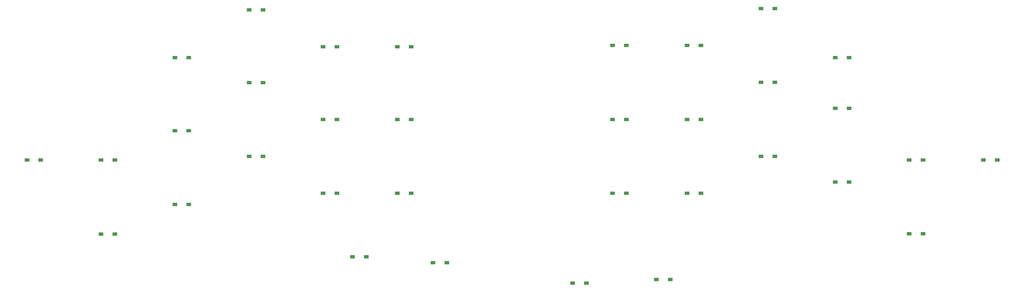
<source format=gbp>
%TF.GenerationSoftware,KiCad,Pcbnew,(6.0.11)*%
%TF.CreationDate,2023-05-08T18:46:23+08:00*%
%TF.ProjectId,DOOOPE,444f4f4f-5045-42e6-9b69-6361645f7063,Rev 1*%
%TF.SameCoordinates,Original*%
%TF.FileFunction,Paste,Bot*%
%TF.FilePolarity,Positive*%
%FSLAX46Y46*%
G04 Gerber Fmt 4.6, Leading zero omitted, Abs format (unit mm)*
G04 Created by KiCad (PCBNEW (6.0.11)) date 2023-05-08 18:46:23*
%MOMM*%
%LPD*%
G01*
G04 APERTURE LIST*
%ADD10R,1.300000X0.950000*%
G04 APERTURE END LIST*
D10*
%TO.C,D14*%
X108733930Y-109281664D03*
X105183930Y-109281664D03*
%TD*%
%TO.C,D13*%
X89733930Y-99781664D03*
X86183930Y-99781664D03*
%TD*%
%TO.C,D19*%
X202108930Y-71256664D03*
X198558930Y-71256664D03*
%TD*%
%TO.C,D27*%
X259108930Y-100681664D03*
X255558930Y-100681664D03*
%TD*%
%TO.C,D33*%
X172754877Y-132384415D03*
X169204877Y-132384415D03*
%TD*%
%TO.C,D18*%
X182996430Y-71256664D03*
X179446430Y-71256664D03*
%TD*%
%TO.C,D30*%
X221108930Y-99756664D03*
X217558930Y-99756664D03*
%TD*%
%TO.C,D2*%
X70733930Y-74406664D03*
X67183930Y-74406664D03*
%TD*%
%TO.C,D11*%
X51733930Y-119706664D03*
X48183930Y-119706664D03*
%TD*%
%TO.C,D12*%
X70733930Y-112131664D03*
X67183930Y-112131664D03*
%TD*%
%TO.C,D15*%
X127733930Y-109281664D03*
X124183930Y-109281664D03*
%TD*%
%TO.C,D32*%
X259108930Y-119681664D03*
X255558930Y-119681664D03*
%TD*%
%TO.C,D23*%
X182996430Y-90256664D03*
X179446430Y-90256664D03*
%TD*%
%TO.C,D7*%
X70733930Y-93131664D03*
X67183930Y-93131664D03*
%TD*%
%TO.C,D31*%
X240108930Y-106381664D03*
X236558930Y-106381664D03*
%TD*%
%TO.C,D24*%
X202108930Y-90256664D03*
X198558930Y-90256664D03*
%TD*%
%TO.C,D17*%
X133358930Y-127106664D03*
X136908930Y-127106664D03*
%TD*%
%TO.C,D22*%
X278108930Y-100681664D03*
X274558930Y-100681664D03*
%TD*%
%TO.C,D25*%
X221108930Y-80756664D03*
X217558930Y-80756664D03*
%TD*%
%TO.C,D29*%
X202108930Y-109256664D03*
X198558930Y-109256664D03*
%TD*%
%TO.C,D6*%
X51733930Y-100706664D03*
X48183930Y-100706664D03*
%TD*%
%TO.C,D5*%
X127733930Y-71556664D03*
X124183930Y-71556664D03*
%TD*%
%TO.C,D21*%
X240108930Y-74381664D03*
X236558930Y-74381664D03*
%TD*%
%TO.C,D10*%
X127733930Y-90281664D03*
X124183930Y-90281664D03*
%TD*%
%TO.C,D1*%
X32733930Y-100706664D03*
X29183930Y-100706664D03*
%TD*%
%TO.C,D9*%
X108733930Y-90281664D03*
X105183930Y-90281664D03*
%TD*%
%TO.C,D28*%
X182996430Y-109256664D03*
X179446430Y-109256664D03*
%TD*%
%TO.C,D20*%
X221108930Y-61756664D03*
X217558930Y-61756664D03*
%TD*%
%TO.C,D16*%
X112733930Y-125581664D03*
X116283930Y-125581664D03*
%TD*%
%TO.C,D3*%
X89733930Y-62056664D03*
X86183930Y-62056664D03*
%TD*%
%TO.C,D8*%
X89733930Y-80781664D03*
X86183930Y-80781664D03*
%TD*%
%TO.C,D34*%
X194262517Y-131465827D03*
X190712517Y-131465827D03*
%TD*%
%TO.C,D26*%
X240108930Y-87381664D03*
X236558930Y-87381664D03*
%TD*%
%TO.C,D4*%
X108733930Y-71556664D03*
X105183930Y-71556664D03*
%TD*%
M02*

</source>
